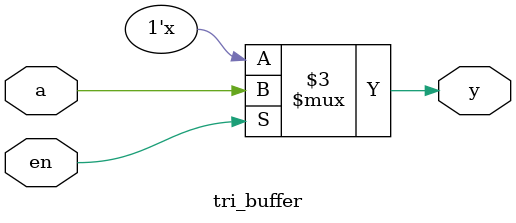
<source format=v>
`timescale 1ns / 1ps


module tri_buffer(
input a,
input en,
output reg y );
always @(*)
begin
if(en)
begin
y=a;
end
else
begin
y=1'bz;
end
end
endmodule

</source>
